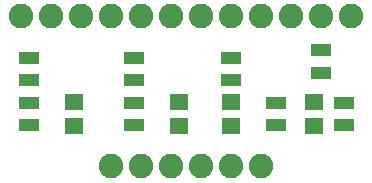
<source format=gts>
G04 #@! TF.FileFunction,Soldermask,Top*
%FSLAX46Y46*%
G04 Gerber Fmt 4.6, Leading zero omitted, Abs format (unit mm)*
G04 Created by KiCad (PCBNEW 4.0.6) date Wednesday, December 20, 2017 'PMt' 01:59:56 PM*
%MOMM*%
%LPD*%
G01*
G04 APERTURE LIST*
%ADD10C,0.100000*%
%ADD11R,1.650000X1.400000*%
%ADD12C,2.082800*%
%ADD13R,1.700000X1.100000*%
G04 APERTURE END LIST*
D10*
D11*
X149225000Y-108855000D03*
X149225000Y-110855000D03*
X158115000Y-108855000D03*
X158115000Y-110855000D03*
X162560000Y-108855000D03*
X162560000Y-110855000D03*
X169545000Y-108855000D03*
X169545000Y-110855000D03*
D12*
X165100000Y-114300000D03*
X162560000Y-114300000D03*
X160020000Y-114300000D03*
X157480000Y-114300000D03*
X154940000Y-114300000D03*
X152400000Y-114300000D03*
X149860000Y-101600000D03*
X147320000Y-101600000D03*
X144780000Y-101600000D03*
X157480000Y-101600000D03*
X154940000Y-101600000D03*
X152400000Y-101600000D03*
X165100000Y-101600000D03*
X162560000Y-101600000D03*
X160020000Y-101600000D03*
X172720000Y-101600000D03*
X170180000Y-101600000D03*
X167640000Y-101600000D03*
D13*
X145415000Y-105095000D03*
X145415000Y-106995000D03*
X145415000Y-108905000D03*
X145415000Y-110805000D03*
X154305000Y-105095000D03*
X154305000Y-106995000D03*
X154305000Y-108905000D03*
X154305000Y-110805000D03*
X162560000Y-105095000D03*
X162560000Y-106995000D03*
X166370000Y-108905000D03*
X166370000Y-110805000D03*
X170180000Y-104460000D03*
X170180000Y-106360000D03*
X172085000Y-108905000D03*
X172085000Y-110805000D03*
M02*

</source>
